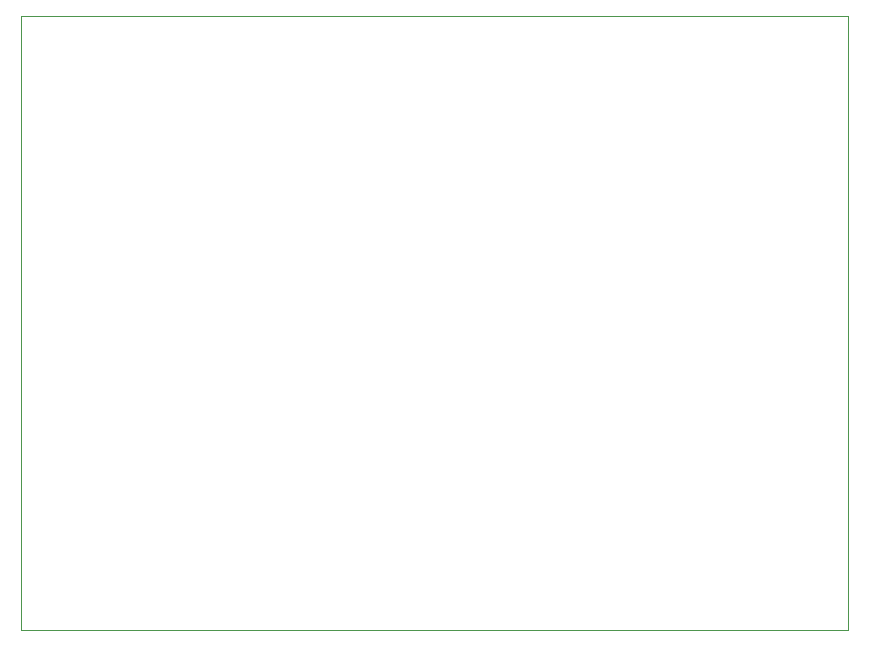
<source format=gbr>
G04 (created by PCBNEW (2013-07-07 BZR 4022)-stable) date 06/12/2014 14:47:27*
%MOIN*%
G04 Gerber Fmt 3.4, Leading zero omitted, Abs format*
%FSLAX34Y34*%
G01*
G70*
G90*
G04 APERTURE LIST*
%ADD10C,0.00590551*%
%ADD11C,0.00393701*%
G04 APERTURE END LIST*
G54D10*
G54D11*
X42125Y-38188D02*
X42125Y-17716D01*
X69685Y-38188D02*
X42125Y-38188D01*
X69685Y-17716D02*
X69685Y-38188D01*
X42125Y-17716D02*
X69685Y-17716D01*
M02*

</source>
